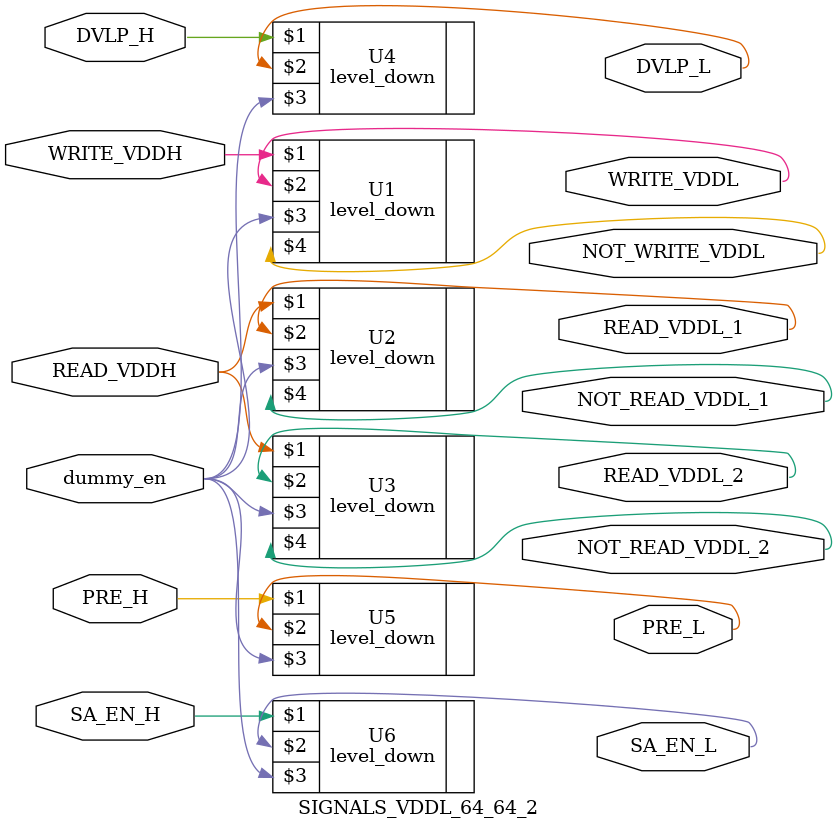
<source format=v>


`include "/ibe/users/da220/Cadence/WORK_TSMC180FORTE/DIGITAL/rtl/level_down/level_down.v"

// NAME MODIFIED //
module SIGNALS_VDDL_64_64_2(
// END MODIFY NAME //
WRITE_VDDH,
READ_VDDH,
DVLP_H,
PRE_H,
SA_EN_H,
dummy_en,
WRITE_VDDL,
NOT_WRITE_VDDL,
READ_VDDL_1,
NOT_READ_VDDL_1,
READ_VDDL_2,
NOT_READ_VDDL_2,
DVLP_L,
PRE_L,
SA_EN_L,
);

// Inputs
input	WRITE_VDDH;
input	READ_VDDH;
input	DVLP_H;
input	PRE_H;
input	SA_EN_H;
input	dummy_en;

// Outputs
output	WRITE_VDDL;
output	NOT_WRITE_VDDL;
output	READ_VDDL_1;
output	NOT_READ_VDDL_1;
output	READ_VDDL_2;
output	NOT_READ_VDDL_2;
output 	DVLP_L;
output	PRE_L;
output	SA_EN_L;

// Wires
wire	WRITE_VDDH;
wire	READ_VDDH;
wire	DVLP_H;
wire	PRE_H;
wire	SA_EN_H;
wire	dummy_en;
wire	WRITE_VDDL;
wire	NOT_WRITE_VDDL;
wire	READ_VDDL_1;
wire	NOT_READ_VDDL_1;
wire	READ_VDDL_2;
wire	NOT_READ_VDDL_2;
wire 	DVLP_L;
wire	PRE_L;
wire	SA_EN_L;


level_down U1(WRITE_VDDH, WRITE_VDDL, dummy_en, NOT_WRITE_VDDL);
level_down U2(READ_VDDH, READ_VDDL_1, dummy_en, NOT_READ_VDDL_1);
level_down U3(READ_VDDH, READ_VDDL_2, dummy_en, NOT_READ_VDDL_2);
level_down U4(DVLP_H, DVLP_L, dummy_en,);
level_down U5(PRE_H, PRE_L, dummy_en,);
level_down U6(SA_EN_H, SA_EN_L, dummy_en,);

endmodule
</source>
